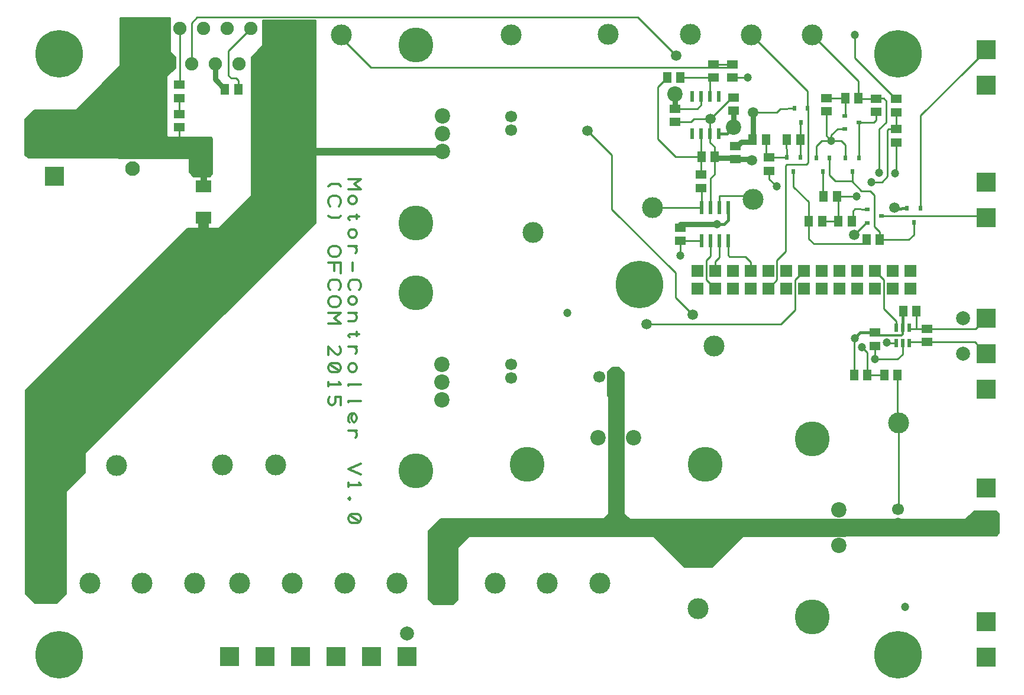
<source format=gbr>
%FSLAX33Y33*%
%MOMM*%
G04 EasyPC Gerber Version 17.0 Build 3379 *
%ADD90R,0.50800X1.16840*%
%ADD98R,0.55880X1.60020*%
%ADD92R,0.55880X1.98120*%
%ADD93R,0.60000X0.70000*%
%ADD94R,1.29540X1.52400*%
%ADD89R,1.80000X1.80000*%
%ADD96R,1.90000X1.90000*%
%ADD84R,2.80000X2.80000*%
%ADD11C,0.12700*%
%ADD12C,0.25400*%
%ADD82C,0.30000*%
%ADD103C,0.40000*%
%ADD102C,0.80000*%
%ADD104C,0.90000*%
%ADD105C,1.10000*%
%ADD79C,1.20000*%
%ADD101C,1.50000*%
%ADD88C,1.70000*%
%ADD97C,1.90000*%
%ADD85C,2.00000*%
%ADD100C,2.10000*%
%ADD81C,2.20000*%
%ADD86C,2.20000*%
%ADD83C,3.00000*%
%ADD87C,5.00000*%
%ADD80C,6.80000*%
%ADD95R,0.70000X0.60000*%
%ADD91R,1.52400X1.29540*%
%ADD99R,2.30000X1.80000*%
X0Y0D02*
D02*
D11*
X6678Y15239D02*
X8039Y16599D01*
Y24489*
X8014Y24514*
Y31514*
X9764Y33264*
Y35489*
X8339Y36914*
X3489*
X2163Y35589*
Y16589*
X3513Y15239*
X6678*
G36*
X8039Y16599*
Y24489*
X8014Y24514*
Y31514*
X9764Y33264*
Y35489*
X8339Y36914*
X3489*
X2163Y35589*
Y16589*
X3513Y15239*
X6678*
G37*
X22914Y99064D02*
X15789D01*
Y92214*
X9464Y85889*
X3489*
X2114Y84514*
Y79439*
X2588Y78964*
X5514*
X25639Y78914*
Y76939*
X26264Y76314*
X28589*
X28989Y76714*
Y81739*
X28789Y81939*
X22639*
X22464Y82114*
Y90689*
X23664Y91889*
Y93364*
X22914Y94114*
Y99064*
G36*
X15789*
Y92214*
X9464Y85889*
X3489*
X2114Y84514*
Y79439*
X2588Y78964*
X5514*
X25639Y78914*
Y76939*
X26264Y76314*
X28589*
X28989Y76714*
Y81739*
X28789Y81939*
X22639*
X22464Y82114*
Y90689*
X23664Y91889*
Y93364*
X22914Y94114*
Y99064*
G37*
X36189Y98683D02*
Y95064D01*
X34514Y93389*
Y73564*
X29889Y68939*
X25364*
X2163Y45739*
Y33214*
X4339Y31039*
X7899*
X10789Y33929*
Y36789*
X12089Y38089*
X12139Y38114*
X43739Y69714*
Y98683*
X36189*
G36*
Y95064*
X34514Y93389*
Y73564*
X29889Y68939*
X25364*
X2163Y45739*
Y33214*
X4339Y31039*
X7899*
X10789Y33929*
Y36789*
X12089Y38089*
X12139Y38114*
X43739Y69714*
Y98683*
X36189*
G37*
X118278Y24839D02*
G75*
G02X118999I360J-1315D01*
G01*
X119564*
X120789Y26064*
X119614Y27239*
X88714*
X87914Y28039*
Y48289*
X87139Y49064*
X86214*
X85514Y48364*
Y44924*
X85674Y44764*
Y39984*
X85664Y39974*
Y28064*
X84989Y27389*
X61664*
X59864Y25589*
Y15864*
X60614Y15114*
X63414*
X64064Y15764*
Y23839*
X65064Y24839*
X92114*
X96539Y20414*
X100514*
X104939Y24839*
X118278*
G36*
G75*
G02X118999I360J-1315*
G01*
X119564*
X120789Y26064*
X119614Y27239*
X88714*
X87914Y28039*
Y48289*
X87139Y49064*
X86214*
X85514Y48364*
Y44924*
X85674Y44764*
Y39984*
X85664Y39974*
Y28064*
X84989Y27389*
X61664*
X59864Y25589*
Y15864*
X60614Y15114*
X63414*
X64064Y15764*
Y23839*
X65064Y24839*
X92114*
X96539Y20414*
X100514*
X104939Y24839*
X118278*
G37*
X137964Y28489D02*
X136714Y27239D01*
X118939*
X118364Y26664*
Y25339*
X118814Y24889*
X141189*
X141589Y25289*
Y28064*
X141164Y28489*
X137964*
G36*
X136714Y27239*
X118939*
X118364Y26664*
Y25339*
X118814Y24889*
X141189*
X141589Y25289*
Y28064*
X141164Y28489*
X137964*
G37*
D02*
D12*
X24214Y83387D02*
Y81089D01*
X25564Y79739*
X24214Y87587D02*
Y85292D01*
X24274Y97522D02*
Y89552D01*
X24214Y89492*
X34485Y97522D02*
X31264Y94301D01*
Y90789*
X31664Y90389*
X32364*
X32664Y90089*
Y88889*
X32716Y88937*
Y88839*
X32666*
X47439Y96589D02*
Y96199D01*
X51649Y91989*
X103389*
Y92379*
X95189Y84137D02*
X97461D01*
X97889Y84564*
X100214*
X95314Y93614D02*
X89814Y99114D01*
X26764*
X25964Y98314*
Y92442*
X25976*
X95889Y67137D02*
Y65064D01*
X95914Y65039*
X95966Y90489D02*
X100686D01*
X100689Y90487*
X97689Y56564D02*
X95239Y59014D01*
Y62539*
X86114Y71664*
Y79389*
X82611Y82892*
X98926Y76604D02*
Y79154D01*
X98948Y79177*
X98929Y82485D02*
Y79197D01*
X98948Y79177*
X98929Y87793D02*
Y86579D01*
X98391Y86042*
X95189*
X98933Y67127D02*
X95898D01*
X95889Y67137*
X98933Y71851D02*
Y74692D01*
X98926Y74699*
X98933Y71851D02*
X91976D01*
X91939Y71889*
X98948Y79177D02*
X95226D01*
X92739Y81664*
Y89167*
X94061Y90489*
X100198Y82485D02*
Y84549D01*
X100214Y84564*
X100198Y82485D02*
Y81229D01*
X100854Y80574*
Y79177*
X100198Y87793D02*
Y89997D01*
X100689Y90487*
X100204Y71851D02*
Y76054D01*
X100839Y76689*
Y79162*
X100689Y92392D02*
X103376D01*
X103389Y92379*
X100899Y60249D02*
X99614Y61534D01*
Y64364*
X100204Y64954*
Y67127*
X100899Y62789D02*
Y64199D01*
X101474Y64774*
Y67127*
X101151Y69514D02*
X101129D01*
X101104Y69489*
X101474Y71851D02*
Y73524D01*
X101539Y73589*
X105839*
X106339Y73089*
X102743Y67127D02*
Y65109D01*
X102989Y64864*
X105239*
X105978Y64124*
Y62789*
X103389Y90474D02*
X105523D01*
X105539Y90489*
X103539Y87642D02*
X103291D01*
X100214Y84564*
X108191Y81589D02*
Y79489D01*
X108639Y79042*
Y77137D02*
Y75989D01*
X109689Y74939*
X108639Y79042D02*
X110983D01*
X111189Y79089*
X111123Y81526*
X111186Y81589*
X112139Y77089D02*
Y74889D01*
X114336Y72692*
Y69964*
X112239Y86089D02*
X110268Y86034D01*
X109723Y85489*
X106339*
X113089Y79089D02*
X113155Y81526D01*
X113091Y81589*
Y83874*
X113189Y84089*
X113599Y62789D02*
X112339Y61529D01*
Y57264*
X110299Y55224*
X91068*
X114139Y86089D02*
Y88564D01*
X106089Y96614*
X114139Y86089D02*
X114214D01*
X114205Y78280*
X113964Y78039*
X111164*
X110989Y77864*
Y65589*
X109764Y64364*
Y61569*
X108518Y60324*
Y60249*
X114336Y69964D02*
Y67392D01*
X115039Y66689*
X122586*
Y67289*
X115389Y79014D02*
X115386Y80712D01*
X116164Y81489*
X117539*
X116241Y69964D02*
X118536D01*
X116339Y77014D02*
Y73562D01*
X116436Y73464*
X116814Y85662D02*
Y82214D01*
X117539Y81489*
X117289Y79014D02*
X117291Y76512D01*
X118114Y75689*
X120489*
X120539Y75639*
X118341Y73464D02*
X121139D01*
X118536Y69964D02*
Y73269D01*
X118341Y73464*
X119489Y83139D02*
X118411Y83137D01*
X117539Y82264*
Y81489*
X119536Y87589D02*
X116836D01*
X116814Y87567*
X119536Y87589D02*
Y85245D01*
X119489Y85039*
X119589Y79014D02*
X119586Y80867D01*
X118964Y81489*
X117539*
X120539Y75639D02*
Y75589D01*
X121839Y74289*
X123139*
X123739Y73689*
Y69189*
X124491Y68437*
Y67289*
X120539Y77014D02*
Y75639D01*
X120811Y47939D02*
Y53137D01*
X121441Y87589D02*
Y89962D01*
X114789Y96614*
X121489Y84089D02*
Y79014D01*
Y84089D02*
X123639D01*
X123989Y84439*
Y85587*
X122689Y69714D02*
X122614D01*
Y69739*
X122564*
X120805Y67980*
X122689Y71614D02*
X120930Y71680D01*
X120639Y71389*
Y70162*
X120441Y69964*
X122716Y47939D02*
Y51112D01*
X121939Y51889*
X123239Y75564D02*
X124764D01*
X125564Y76364*
Y82949*
X125754Y83139*
X126543*
X126554Y83129*
X126839Y83142*
X123764Y52087D02*
Y50214D01*
X123789Y50189*
X127039*
X127739Y50889*
Y52522*
X123989Y87492D02*
X121539D01*
X121441Y87589*
X124389Y76839D02*
Y83114D01*
X125389Y84114*
Y87144*
X125023Y87509*
X123974*
X123914Y87449*
X123989Y87492*
X124491Y67289D02*
X128639D01*
X129339Y67989*
Y69789*
X124689Y70664D02*
X139457D01*
X139712Y70409*
X125136Y47939D02*
X122716D01*
X126789Y52522D02*
X125530D01*
X125514Y52539*
X126789Y54656D02*
Y55614D01*
X125014Y57389*
Y61534*
X123759Y62789*
X126839Y81237D02*
Y76939D01*
X126689Y76789*
X126839Y85537D02*
Y83142D01*
Y87442D02*
X126761D01*
X120889Y93314*
Y96589*
X127041Y47939D02*
Y41162D01*
X127139Y41064*
Y28735*
X127093Y28689*
X128689Y54656D02*
X128803Y54542D01*
X130264*
X129738D02*
X128803D01*
X128689Y54656*
X129741Y57089D02*
Y54544D01*
X129738Y54542*
X130264D02*
X129738D01*
X130289Y71789D02*
X130339Y71881D01*
Y85064*
X136873Y91598*
X136889*
X139739Y94448*
Y94489*
X131239Y52637D02*
X128803D01*
X128689Y52522*
X131239Y52637D02*
X138084D01*
X139712Y51009*
X131239Y54542D02*
X130264D01*
X131239D02*
X138164D01*
X139712Y56089*
D02*
D79*
X79794Y56849D03*
X95914Y65039D03*
X101151Y69514D03*
X105539Y90489D03*
X109689Y74939D03*
X117539Y81489D03*
X120889Y53214D03*
Y96589D03*
X121139Y73464D03*
X121939Y51889D03*
X123239Y75564D03*
X123789Y50189D03*
X124389Y76839D03*
X125514Y52539D03*
X126689Y76789D03*
X128139Y14714D03*
D02*
D80*
X7064Y7889D03*
Y93889D03*
X90064Y60889D03*
X127064Y7889D03*
Y93889D03*
D02*
D81*
X95189Y88114D03*
X103539Y83389D03*
D02*
D82*
X48414Y75989D02*
X50214D01*
X49314Y75239*
X50214Y74489*
X48414*
X48864Y73589D02*
X48564Y73439D01*
X48414Y73139*
Y72839*
X48564Y72539*
X48864Y72389*
X49164*
X49464Y72539*
X49614Y72839*
Y73139*
X49464Y73439*
X49164Y73589*
X48864*
X49614Y70889D02*
Y70289D01*
X49914Y70589D02*
X48564D01*
X48414Y70439*
Y70289*
X48564Y70139*
X48864Y68789D02*
X48564Y68639D01*
X48414Y68339*
Y68039*
X48564Y67739*
X48864Y67589*
X49164*
X49464Y67739*
X49614Y68039*
Y68339*
X49464Y68639*
X49164Y68789*
X48864*
X48414Y66389D02*
X49614D01*
X49164D02*
X49464Y66239D01*
X49614Y65939*
Y65639*
X49464Y65339*
X49014Y63989D02*
Y62789D01*
X48714Y60089D02*
X48564Y60239D01*
X48414Y60539*
Y60989*
X48564Y61289*
X48714Y61439*
X49014Y61589*
X49614*
X49914Y61439*
X50064Y61289*
X50214Y60989*
Y60539*
X50064Y60239*
X49914Y60089*
X48864Y59189D02*
X48564Y59039D01*
X48414Y58739*
Y58439*
X48564Y58139*
X48864Y57989*
X49164*
X49464Y58139*
X49614Y58439*
Y58739*
X49464Y59039*
X49164Y59189*
X48864*
X48414Y56789D02*
X49614D01*
X49164D02*
X49464Y56639D01*
X49614Y56339*
Y56039*
X49464Y55739*
X49164Y55589*
X48414*
X49614Y54089D02*
Y53489D01*
X49914Y53789D02*
X48564D01*
X48414Y53639*
Y53489*
X48564Y53339*
X48414Y51989D02*
X49614D01*
X49164D02*
X49464Y51839D01*
X49614Y51539*
Y51239*
X49464Y50939*
X48864Y49589D02*
X48564Y49439D01*
X48414Y49139*
Y48839*
X48564Y48539*
X48864Y48389*
X49164*
X49464Y48539*
X49614Y48839*
Y49139*
X49464Y49439*
X49164Y49589*
X48864*
X48414Y46439D02*
Y46589D01*
X50214*
X48414Y44039D02*
Y44189D01*
X50214*
X48564Y41189D02*
X48414Y41339D01*
Y41639*
Y41939*
X48564Y42239*
X48864Y42389*
X49314*
X49464Y42239*
X49614Y41939*
Y41639*
X49464Y41339*
X49314Y41189*
X49164*
X49014Y41339*
X48864Y41639*
Y41939*
X49014Y42239*
X49164Y42389*
X48414Y39989D02*
X49614D01*
X49164D02*
X49464Y39839D01*
X49614Y39539*
Y39239*
X49464Y38939*
X50214Y35189D02*
X48414Y34439D01*
X50214Y33689*
X48414Y32489D02*
Y31889D01*
Y32189D02*
X50214D01*
X49914Y32489*
X48414Y30239D02*
X48564Y30089D01*
X48714Y30239*
X48564Y30389*
X48414Y30239*
X48564Y27839D02*
X48414Y27539D01*
Y27239*
X48564Y26939*
X48864Y26789*
X49764*
X50064Y26939*
X50214Y27239*
Y27539*
X50064Y27839*
X49764Y27989*
X48864*
X48564Y27839*
X50064Y26939*
X45533Y74939D02*
X45983Y75239D01*
X47033*
X47334Y74939*
X45834Y72089D02*
X45684Y72239D01*
X45533Y72539*
Y72989*
X45684Y73289*
X45834Y73439*
X46133Y73589*
X46733*
X47033Y73439*
X47184Y73289*
X47334Y72989*
Y72539*
X47184Y72239*
X47033Y72089*
X45533Y70739D02*
X45983Y70439D01*
X47033*
X47334Y70739*
X46133Y66389D02*
X46733D01*
X47033Y66239*
X47184Y66089*
X47334Y65789*
Y65489*
X47184Y65189*
X47033Y65039*
X46733Y64889*
X46133*
X45834Y65039*
X45684Y65189*
X45533Y65489*
Y65789*
X45684Y66089*
X45834Y66239*
X46133Y66389*
X45533Y63989D02*
X47334D01*
Y62489*
X46434Y62789D02*
Y63989D01*
X45834Y60089D02*
X45684Y60239D01*
X45533Y60539*
Y60989*
X45684Y61289*
X45834Y61439*
X46133Y61589*
X46733*
X47033Y61439*
X47184Y61289*
X47334Y60989*
Y60539*
X47184Y60239*
X47033Y60089*
X46133Y59189D02*
X46733D01*
X47033Y59039*
X47184Y58889*
X47334Y58589*
Y58289*
X47184Y57989*
X47033Y57839*
X46733Y57689*
X46133*
X45834Y57839*
X45684Y57989*
X45533Y58289*
Y58589*
X45684Y58889*
X45834Y59039*
X46133Y59189*
X45533Y56789D02*
X47334D01*
X46434Y56039*
X47334Y55289*
X45533*
Y50789D02*
Y51989D01*
X46584Y50939*
X46883Y50789*
X47184Y50939*
X47334Y51239*
Y51689*
X47184Y51989*
X45684Y49439D02*
X45533Y49139D01*
Y48839*
X45684Y48539*
X45983Y48389*
X46883*
X47184Y48539*
X47334Y48839*
Y49139*
X47184Y49439*
X46883Y49589*
X45983*
X45684Y49439*
X47184Y48539*
X45533Y46889D02*
Y46289D01*
Y46589D02*
X47334D01*
X47033Y46889*
X45684Y44789D02*
X45533Y44489D01*
Y44039*
X45684Y43739*
X45983Y43589*
X46133*
X46434Y43739*
X46584Y44039*
Y44789*
X47334*
Y43589*
X127739Y54656D02*
Y53739D01*
X127589Y53589*
X124166*
X123764Y53992*
D02*
D83*
X3888Y18146D03*
X7614Y34989D03*
X11389Y18146D03*
X15234Y34989D03*
X18889Y18146D03*
X26389D03*
X30414Y35089D03*
X32889Y18146D03*
X38034Y35089D03*
X40389Y18146D03*
X47439Y96589D03*
X47889Y18146D03*
X55389D03*
X61889D03*
X69389D03*
X71739Y96597D03*
X74839Y68339D03*
X76889Y18146D03*
X84389D03*
X85614Y96689D03*
X91939Y71889D03*
X97389Y96663D03*
X98439Y14489D03*
Y22109D03*
X100789Y52114D03*
X106089Y96614D03*
X106339Y73089D03*
X114789Y96614D03*
X127139Y41064D03*
D02*
D84*
X6389Y76384D03*
Y81464D03*
X31414Y7614D03*
X36493D03*
X41574D03*
X46654D03*
X51734D03*
X56814D03*
X139712Y26709D03*
Y31789D03*
Y45929D03*
Y51009D03*
Y56089D03*
Y70409D03*
Y75489D03*
X139739Y7509D03*
Y12589D03*
Y89409D03*
Y94489D03*
D02*
D85*
X56814Y10959D03*
X136362Y51009D03*
X136367Y56089D03*
D02*
D86*
X61839Y44399D03*
Y46939D03*
Y49479D03*
X61864Y79899D03*
Y82439D03*
Y84979D03*
X84198Y38914D03*
X86739D03*
X89279D03*
X118639Y23524D03*
Y26064D03*
Y28604D03*
D02*
D87*
X58049Y34189D03*
Y59689D03*
X58074Y69689D03*
Y95189D03*
X73989Y35124D03*
X99489D03*
X114849Y13314D03*
Y38814D03*
D02*
D88*
X71689Y47489D03*
Y49489D03*
X71739Y82964D03*
Y84964D03*
X84339Y47689D03*
X86339D03*
X127093Y26689D03*
Y28689D03*
D02*
D89*
X98359Y60249D03*
Y62789D03*
X100899Y60249D03*
Y62789D03*
X103439Y60249D03*
Y62789D03*
X105978Y60249D03*
Y62789D03*
X108518Y60249D03*
Y62789D03*
X111059Y60249D03*
Y62789D03*
X113599Y60249D03*
Y62789D03*
X116139Y60249D03*
Y62789D03*
X118679Y60249D03*
Y62789D03*
X121218Y60249D03*
Y62789D03*
X123759Y60249D03*
Y62789D03*
X126299Y60249D03*
Y62789D03*
X128839Y60249D03*
Y62789D03*
D02*
D90*
X126789Y52522D03*
Y54656D03*
X127739Y52522D03*
Y54656D03*
X128689Y52522D03*
Y54656D03*
D02*
D91*
X24214Y83387D03*
Y85292D03*
Y87587D03*
Y89492D03*
X95189Y84137D03*
Y86042D03*
X95889Y67137D03*
Y69042D03*
X98926Y74699D03*
Y76604D03*
X100689Y90487D03*
Y92392D03*
X103389Y90474D03*
Y92379D03*
X103539Y85737D03*
Y87642D03*
X103801Y78824D03*
Y80729D03*
X108639Y77137D03*
Y79042D03*
X116814Y85662D03*
Y87567D03*
X123764Y52087D03*
Y53992D03*
X123989Y85587D03*
Y87492D03*
X126839Y81237D03*
Y83142D03*
Y85537D03*
Y87442D03*
X131239Y52637D03*
Y54542D03*
D02*
D92*
X98933Y67127D03*
Y71851D03*
X100204Y67127D03*
Y71851D03*
X101474Y67127D03*
Y71851D03*
X102743Y67127D03*
Y71851D03*
D02*
D93*
X111189Y79089D03*
X112139Y77089D03*
X112239Y86089D03*
X113089Y79089D03*
X113189Y84089D03*
X114139Y86089D03*
X115389Y79014D03*
X116339Y77014D03*
X117289Y79014D03*
X119589D03*
X120539Y77014D03*
X121489Y79014D03*
X128389Y71789D03*
X129339Y69789D03*
X130289Y71789D03*
D02*
D94*
X30761Y88839D03*
X32666D03*
X94061Y90489D03*
X95966D03*
X98948Y79177D03*
X100854D03*
X106286Y81589D03*
X108191D03*
X111186D03*
X113091D03*
X114336Y69964D03*
X116241D03*
X116436Y73464D03*
X118341D03*
X118536Y69964D03*
X119536Y87589D03*
X120441Y69964D03*
X120811Y47939D03*
X121441Y87589D03*
X122586Y67289D03*
X122716Y47939D03*
X124491Y67289D03*
X125136Y47939D03*
X127041D03*
X127836Y57089D03*
X129741D03*
D02*
D95*
X119489Y83139D03*
Y85039D03*
X121489Y84089D03*
X122689Y69714D03*
Y71614D03*
X124689Y70664D03*
D02*
D96*
X20870Y97522D03*
D02*
D97*
X22572Y92442D03*
X24274Y97522D03*
X25976Y92442D03*
X27678Y97522D03*
X29380Y92442D03*
X31081Y97522D03*
X32783Y92442D03*
X34485Y97522D03*
X36187Y92442D03*
X37889Y97522D03*
D02*
D98*
X97659Y82485D03*
Y87793D03*
X98929Y82485D03*
Y87793D03*
X100198Y82485D03*
Y87793D03*
X101469Y82485D03*
Y87793D03*
D02*
D99*
X27714Y70439D03*
Y74939D03*
D02*
D100*
X17489Y77464D03*
X27649D03*
D02*
D101*
X7614Y34989D02*
X27714Y55089D01*
Y70439*
X82611Y82892D03*
X91068Y55224D03*
X95314Y93614D03*
X97689Y56564D03*
X100214Y84564D03*
X106139Y78689D03*
X106339Y85489D03*
X120805Y67980D03*
X126614Y71864D03*
D02*
D102*
X30761Y88839D02*
X29380Y90221D01*
Y92442*
X95189Y86042D02*
Y88114D01*
X95889Y69042D02*
Y69464D01*
X95914Y69489*
X101104*
X100839Y79162D02*
X100854Y79177D01*
Y78989*
X103448*
X103614Y78824*
X103801*
X103539Y83389D02*
Y85737D01*
X103801Y78824D02*
X106004D01*
X106139Y78689*
X103801Y80729D02*
X104079D01*
X104639Y81289*
X105986*
X106286Y81589*
X106339Y81642*
Y85489*
X120811Y53137D02*
X120889Y53214D01*
X126631Y71881D02*
X126614Y71864D01*
X127739Y56992D02*
X127836Y57089D01*
D02*
D103*
X101104Y69489D02*
X102164D01*
X102751Y70077*
Y71844*
X102743Y71851*
X101469Y82485D02*
X102634D01*
X103539Y83389*
X123764Y53992D02*
X121666D01*
X120889Y53214*
X127739Y54656D02*
Y56992D01*
X128389Y71789D02*
X126868Y71734D01*
X126664Y71939*
X126714*
X126764Y71889*
X126631Y71881*
D02*
D104*
X27649Y77464D02*
Y75004D01*
X27714Y74939*
Y70439D02*
Y68289D01*
X30889*
X36187Y73587*
Y79939*
Y92442*
X37889Y94144*
Y97522*
X36227Y79899D02*
X36187Y79939D01*
X61889Y18146D02*
Y21576D01*
X65852Y25539*
X98439*
Y22109*
D02*
D105*
X61864Y79899D02*
X36227D01*
X0Y0D02*
M02*

</source>
